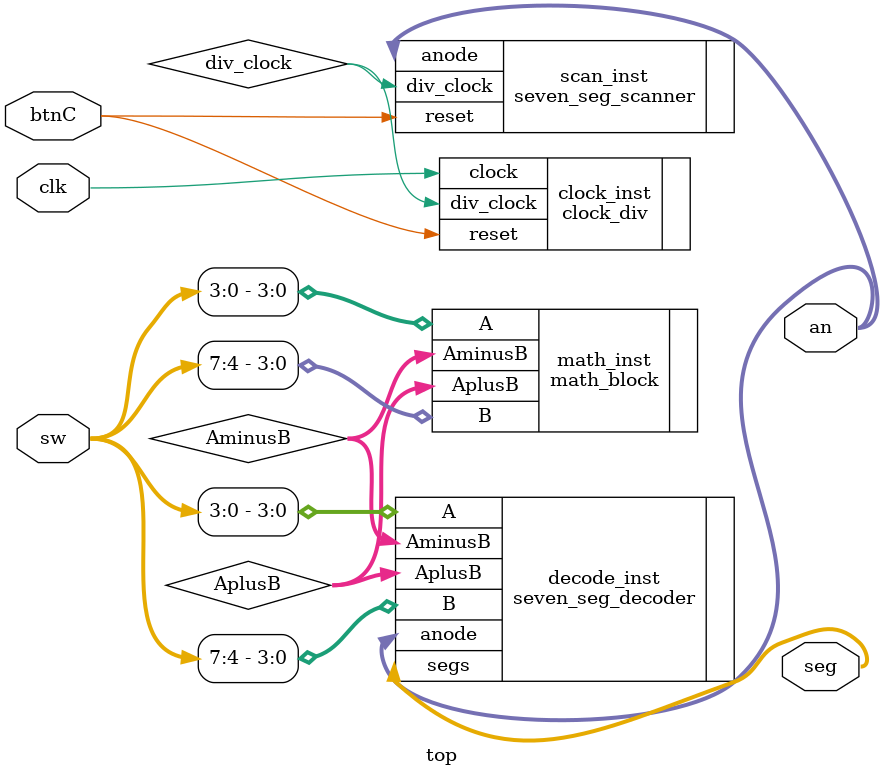
<source format=v>
module top
#(
    parameter DIVIDE_BY = 17 // Use this when passing in to your clock div!
    // The test bench will set it appropriately for testing
)
(
    input [7:0] sw, // A and B
    input clk, // 100 MHz board clock
    input btnC, // Reset
    output [3:0] an, // 7seg anodes
    output [6:0] seg // 7seg segments
);
    wire div_clock;
    wire [3:0] AplusB, AminusB;
    
    clock_div #(.DIVIDE_BY(DIVIDE_BY))clock_inst(
        .clock(clk),
        .reset(btnC),
        .div_clock(div_clock)
    );
    
    seven_seg_scanner scan_inst(
        .div_clock(div_clock),
        .reset(btnC),
        .anode(an)
    );
    
    seven_seg_decoder decode_inst(
        .A(sw[3:0]),
        .B(sw[7:4]),
        .AplusB(AplusB),
        .AminusB(AminusB),
        .anode(an),
        .segs(seg)
    );
    
    math_block math_inst(
        .A(sw[3:0]),
        .B(sw[7:4]),
        .AplusB(AplusB),
        .AminusB(AminusB)
    );
    
    

endmodule
</source>
